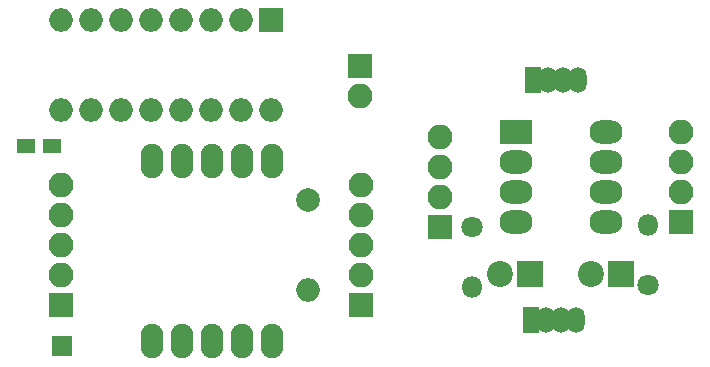
<source format=gbr>
G04 #@! TF.FileFunction,Soldermask,Bot*
%FSLAX46Y46*%
G04 Gerber Fmt 4.6, Leading zero omitted, Abs format (unit mm)*
G04 Created by KiCad (PCBNEW 4.0.7) date 12/08/18 06:10:40*
%MOMM*%
%LPD*%
G01*
G04 APERTURE LIST*
%ADD10C,0.100000*%
%ADD11R,2.100000X2.100000*%
%ADD12O,2.100000X2.100000*%
%ADD13R,2.000000X2.000000*%
%ADD14O,2.000000X2.000000*%
%ADD15O,1.924000X2.924000*%
%ADD16R,1.600000X1.300000*%
%ADD17C,2.000000*%
%ADD18R,1.750000X1.750000*%
%ADD19R,2.800000X2.000000*%
%ADD20O,2.800000X2.000000*%
%ADD21R,2.200000X2.200000*%
%ADD22C,2.200000*%
%ADD23C,1.800000*%
%ADD24O,1.800000X1.800000*%
%ADD25R,1.470000X2.200000*%
%ADD26O,1.470000X2.200000*%
G04 APERTURE END LIST*
D10*
D11*
X100584000Y-28498800D03*
D12*
X100584000Y-31038800D03*
D11*
X100685600Y-48768000D03*
D12*
X100685600Y-46228000D03*
X100685600Y-43688000D03*
X100685600Y-41148000D03*
X100685600Y-38608000D03*
D13*
X93065600Y-24638000D03*
D14*
X75285600Y-32258000D03*
X90525600Y-24638000D03*
X77825600Y-32258000D03*
X87985600Y-24638000D03*
X80365600Y-32258000D03*
X85445600Y-24638000D03*
X82905600Y-32258000D03*
X82905600Y-24638000D03*
X85445600Y-32258000D03*
X80365600Y-24638000D03*
X87985600Y-32258000D03*
X77825600Y-24638000D03*
X90525600Y-32258000D03*
X75285600Y-24638000D03*
X93065600Y-32258000D03*
D15*
X83007200Y-51816000D03*
X85547200Y-51816000D03*
X88087200Y-51816000D03*
X90627200Y-51816000D03*
X93167200Y-51816000D03*
X93167200Y-36576000D03*
X90627200Y-36576000D03*
X88087200Y-36576000D03*
X85547200Y-36576000D03*
X83007200Y-36576000D03*
D11*
X75285600Y-48768000D03*
D12*
X75285600Y-46228000D03*
X75285600Y-43688000D03*
X75285600Y-41148000D03*
X75285600Y-38608000D03*
D16*
X72356800Y-35306000D03*
X74556800Y-35306000D03*
D17*
X96215200Y-39878000D03*
D14*
X96215200Y-47498000D03*
D18*
X75387200Y-52273200D03*
D19*
X113817400Y-34137600D03*
D20*
X121437400Y-41757600D03*
X113817400Y-36677600D03*
X121437400Y-39217600D03*
X113817400Y-39217600D03*
X121437400Y-36677600D03*
X113817400Y-41757600D03*
X121437400Y-34137600D03*
D11*
X107340400Y-42138600D03*
D12*
X107340400Y-39598600D03*
X107340400Y-37058600D03*
X107340400Y-34518600D03*
D21*
X122732800Y-46177200D03*
D22*
X120192800Y-46177200D03*
D21*
X115011200Y-46177200D03*
D22*
X112471200Y-46177200D03*
D11*
X127787400Y-41757600D03*
D12*
X127787400Y-39217600D03*
X127787400Y-36677600D03*
X127787400Y-34137600D03*
D23*
X125018800Y-47091600D03*
D24*
X125018800Y-42011600D03*
D23*
X110083600Y-42164000D03*
D24*
X110083600Y-47244000D03*
D25*
X115214400Y-29692600D03*
D26*
X116484400Y-29692600D03*
X117754400Y-29692600D03*
X119024400Y-29692600D03*
D25*
X115087400Y-50012600D03*
D26*
X116357400Y-50012600D03*
X117627400Y-50012600D03*
X118897400Y-50012600D03*
M02*

</source>
